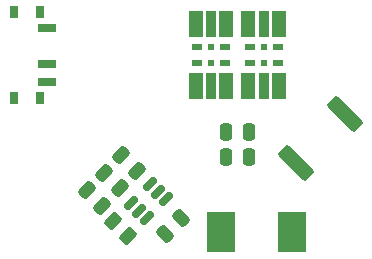
<source format=gbr>
%TF.GenerationSoftware,KiCad,Pcbnew,7.0.1*%
%TF.CreationDate,2023-03-29T13:12:42+01:00*%
%TF.ProjectId,LedBoard,4c656442-6f61-4726-942e-6b696361645f,rev?*%
%TF.SameCoordinates,Original*%
%TF.FileFunction,Paste,Top*%
%TF.FilePolarity,Positive*%
%FSLAX46Y46*%
G04 Gerber Fmt 4.6, Leading zero omitted, Abs format (unit mm)*
G04 Created by KiCad (PCBNEW 7.0.1) date 2023-03-29 13:12:42*
%MOMM*%
%LPD*%
G01*
G04 APERTURE LIST*
G04 Aperture macros list*
%AMRoundRect*
0 Rectangle with rounded corners*
0 $1 Rounding radius*
0 $2 $3 $4 $5 $6 $7 $8 $9 X,Y pos of 4 corners*
0 Add a 4 corners polygon primitive as box body*
4,1,4,$2,$3,$4,$5,$6,$7,$8,$9,$2,$3,0*
0 Add four circle primitives for the rounded corners*
1,1,$1+$1,$2,$3*
1,1,$1+$1,$4,$5*
1,1,$1+$1,$6,$7*
1,1,$1+$1,$8,$9*
0 Add four rect primitives between the rounded corners*
20,1,$1+$1,$2,$3,$4,$5,0*
20,1,$1+$1,$4,$5,$6,$7,0*
20,1,$1+$1,$6,$7,$8,$9,0*
20,1,$1+$1,$8,$9,$2,$3,0*%
G04 Aperture macros list end*
%ADD10R,0.825000X0.600000*%
%ADD11R,0.625000X0.600000*%
%ADD12R,1.245000X2.200000*%
%ADD13R,0.850000X2.200000*%
%ADD14R,0.800000X1.000000*%
%ADD15R,1.500000X0.700000*%
%ADD16R,2.350000X3.500000*%
%ADD17RoundRect,0.250000X0.250000X0.475000X-0.250000X0.475000X-0.250000X-0.475000X0.250000X-0.475000X0*%
%ADD18RoundRect,0.250000X0.512652X0.159099X0.159099X0.512652X-0.512652X-0.159099X-0.159099X-0.512652X0*%
%ADD19RoundRect,0.150000X0.256326X0.468458X-0.468458X-0.256326X-0.256326X-0.468458X0.468458X0.256326X0*%
%ADD20RoundRect,0.250000X-0.751301X1.263953X-1.263953X0.751301X0.751301X-1.263953X1.263953X-0.751301X0*%
%ADD21RoundRect,0.250000X0.503814X0.132583X0.132583X0.503814X-0.503814X-0.132583X-0.132583X-0.503814X0*%
%ADD22RoundRect,0.250000X0.159099X-0.512652X0.512652X-0.159099X-0.159099X0.512652X-0.512652X0.159099X0*%
G04 APERTURE END LIST*
D10*
%TO.C,LED4*%
X91025000Y-36300000D03*
D11*
X92225000Y-36300000D03*
D10*
X93425000Y-36300000D03*
D12*
X93521000Y-34375000D03*
D13*
X92224000Y-34375000D03*
D12*
X90927000Y-34375000D03*
%TD*%
D10*
%TO.C,LED3*%
X93423000Y-37700000D03*
D11*
X92223000Y-37700000D03*
D10*
X91023000Y-37700000D03*
D12*
X90927000Y-39625000D03*
D13*
X92224000Y-39625000D03*
D12*
X93521000Y-39625000D03*
%TD*%
D10*
%TO.C,LED2*%
X88973000Y-37700000D03*
D11*
X87773000Y-37700000D03*
D10*
X86573000Y-37700000D03*
D12*
X86477000Y-39625000D03*
D13*
X87774000Y-39625000D03*
D12*
X89071000Y-39625000D03*
%TD*%
D10*
%TO.C,LED1*%
X86575000Y-36300000D03*
D11*
X87775000Y-36300000D03*
D10*
X88975000Y-36300000D03*
D12*
X89071000Y-34375000D03*
D13*
X87774000Y-34375000D03*
D12*
X86477000Y-34375000D03*
%TD*%
D14*
%TO.C,SW1*%
X73255000Y-33350000D03*
X71045000Y-33350000D03*
X73255000Y-40650000D03*
X71045000Y-40650000D03*
D15*
X73905000Y-34750000D03*
X73905000Y-37750000D03*
X73905000Y-39250000D03*
%TD*%
D16*
%TO.C,L1*%
X88575000Y-52000000D03*
X94625000Y-52000000D03*
%TD*%
D17*
%TO.C,C5*%
X90950000Y-45650000D03*
X89050000Y-45650000D03*
%TD*%
D18*
%TO.C,C4*%
X81521751Y-46821751D03*
X80178249Y-45478249D03*
%TD*%
D19*
%TO.C,U1*%
X83952170Y-49234834D03*
X83280419Y-48563083D03*
X82608668Y-47891332D03*
X81000000Y-49500000D03*
X81671751Y-50171751D03*
X82343502Y-50843502D03*
%TD*%
D17*
%TO.C,C6*%
X90950000Y-43550000D03*
X89050000Y-43550000D03*
%TD*%
D20*
%TO.C,R2*%
X99144804Y-41955196D03*
X94955196Y-46144804D03*
%TD*%
D21*
%TO.C,R1*%
X80721320Y-52362652D03*
X79430850Y-51072182D03*
%TD*%
D22*
%TO.C,C1*%
X83904334Y-52114168D03*
X85247836Y-50770666D03*
%TD*%
D18*
%TO.C,C3*%
X80046751Y-48296751D03*
X78703249Y-46953249D03*
%TD*%
%TO.C,C2*%
X78571751Y-49771751D03*
X77228249Y-48428249D03*
%TD*%
M02*

</source>
